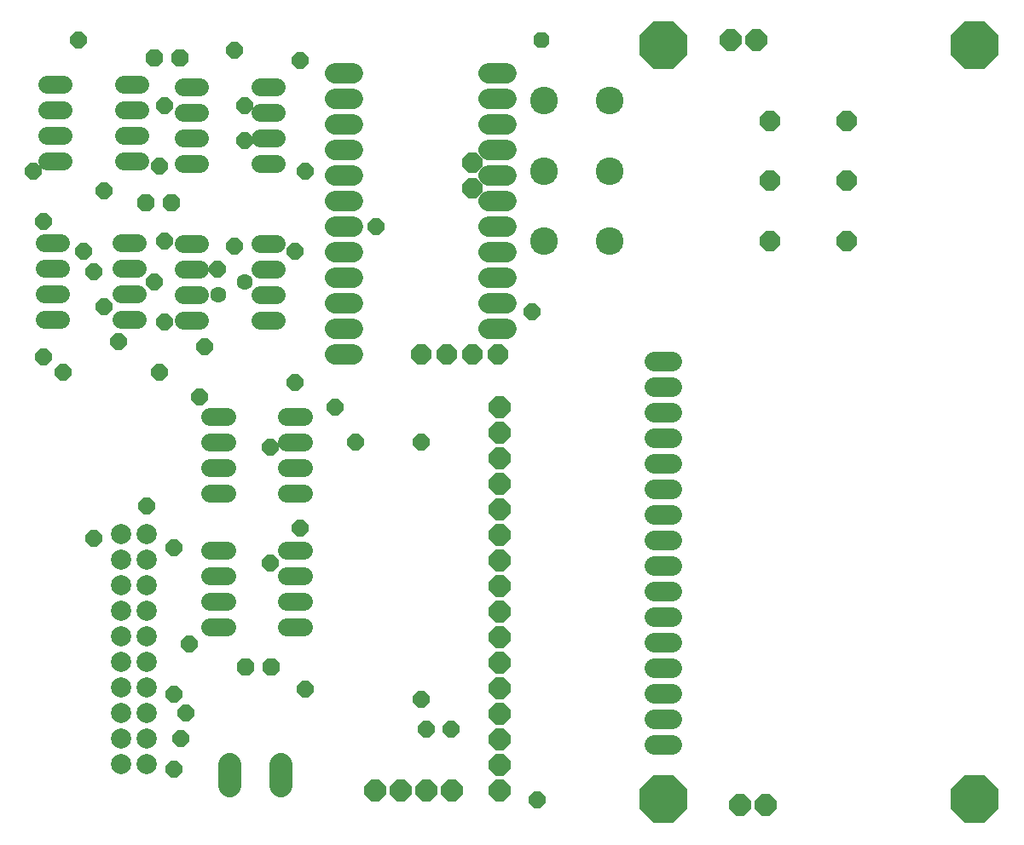
<source format=gbr>
G75*
%MOIN*%
%OFA0B0*%
%FSLAX25Y25*%
%IPPOS*%
%LPD*%
%AMOC8*
5,1,8,0,0,1.08239X$1,22.5*
%
%ADD10OC8,0.07887*%
%ADD11C,0.07887*%
%ADD12OC8,0.06706*%
%ADD13C,0.07150*%
%ADD14C,0.07887*%
%ADD15C,0.07800*%
%ADD16OC8,0.18517*%
%ADD17OC8,0.08400*%
%ADD18C,0.09150*%
%ADD19C,0.10800*%
%ADD20OC8,0.07800*%
%ADD21OC8,0.06400*%
%ADD22OC8,0.06312*%
%ADD23C,0.06312*%
D10*
X0187792Y0216571D03*
X0197792Y0216571D03*
X0207792Y0216571D03*
X0217792Y0216571D03*
X0207792Y0281571D03*
X0207792Y0291571D03*
D11*
X0214249Y0296571D02*
X0221335Y0296571D01*
X0221335Y0306571D02*
X0214249Y0306571D01*
X0214249Y0316571D02*
X0221335Y0316571D01*
X0221335Y0326571D02*
X0214249Y0326571D01*
X0214249Y0286571D02*
X0221335Y0286571D01*
X0221335Y0276571D02*
X0214249Y0276571D01*
X0214249Y0266571D02*
X0221335Y0266571D01*
X0221335Y0256571D02*
X0214249Y0256571D01*
X0214249Y0246571D02*
X0221335Y0246571D01*
X0221335Y0236571D02*
X0214249Y0236571D01*
X0214249Y0226571D02*
X0221335Y0226571D01*
X0161335Y0226571D02*
X0154249Y0226571D01*
X0154249Y0216571D02*
X0161335Y0216571D01*
X0161335Y0236571D02*
X0154249Y0236571D01*
X0154249Y0246571D02*
X0161335Y0246571D01*
X0161335Y0256571D02*
X0154249Y0256571D01*
X0154249Y0266571D02*
X0161335Y0266571D01*
X0161335Y0276571D02*
X0154249Y0276571D01*
X0154249Y0286571D02*
X0161335Y0286571D01*
X0161335Y0296571D02*
X0154249Y0296571D01*
X0154249Y0306571D02*
X0161335Y0306571D01*
X0161335Y0316571D02*
X0154249Y0316571D01*
X0154249Y0326571D02*
X0161335Y0326571D01*
D12*
X0093698Y0332752D03*
X0083698Y0332752D03*
X0080351Y0276020D03*
X0090351Y0276020D03*
X0119288Y0094209D03*
X0129288Y0094209D03*
D13*
X0135365Y0109878D02*
X0141715Y0109878D01*
X0141715Y0119878D02*
X0135365Y0119878D01*
X0135365Y0129878D02*
X0141715Y0129878D01*
X0141715Y0139878D02*
X0135365Y0139878D01*
X0135365Y0162240D02*
X0141715Y0162240D01*
X0141715Y0172240D02*
X0135365Y0172240D01*
X0135365Y0182240D02*
X0141715Y0182240D01*
X0141715Y0192240D02*
X0135365Y0192240D01*
X0111715Y0192240D02*
X0105365Y0192240D01*
X0105365Y0182240D02*
X0111715Y0182240D01*
X0111715Y0172240D02*
X0105365Y0172240D01*
X0105365Y0162240D02*
X0111715Y0162240D01*
X0111715Y0139878D02*
X0105365Y0139878D01*
X0105365Y0129878D02*
X0111715Y0129878D01*
X0111715Y0119878D02*
X0105365Y0119878D01*
X0105365Y0109878D02*
X0111715Y0109878D01*
X0101085Y0229957D02*
X0094735Y0229957D01*
X0094735Y0239957D02*
X0101085Y0239957D01*
X0101085Y0249957D02*
X0094735Y0249957D01*
X0094735Y0259957D02*
X0101085Y0259957D01*
X0124735Y0259957D02*
X0131085Y0259957D01*
X0131085Y0249957D02*
X0124735Y0249957D01*
X0124735Y0239957D02*
X0131085Y0239957D01*
X0131085Y0229957D02*
X0124735Y0229957D01*
X0076754Y0230350D02*
X0070405Y0230350D01*
X0070405Y0240350D02*
X0076754Y0240350D01*
X0076754Y0250350D02*
X0070405Y0250350D01*
X0070405Y0260350D02*
X0076754Y0260350D01*
X0046754Y0260350D02*
X0040405Y0260350D01*
X0040405Y0250350D02*
X0046754Y0250350D01*
X0046754Y0240350D02*
X0040405Y0240350D01*
X0040405Y0230350D02*
X0046754Y0230350D01*
X0047935Y0292161D02*
X0041586Y0292161D01*
X0041586Y0302161D02*
X0047935Y0302161D01*
X0047935Y0312161D02*
X0041586Y0312161D01*
X0041586Y0322161D02*
X0047935Y0322161D01*
X0071586Y0322161D02*
X0077935Y0322161D01*
X0077935Y0312161D02*
X0071586Y0312161D01*
X0071586Y0302161D02*
X0077935Y0302161D01*
X0077935Y0292161D02*
X0071586Y0292161D01*
X0094735Y0291374D02*
X0101085Y0291374D01*
X0101085Y0301374D02*
X0094735Y0301374D01*
X0094735Y0311374D02*
X0101085Y0311374D01*
X0101085Y0321374D02*
X0094735Y0321374D01*
X0124735Y0321374D02*
X0131085Y0321374D01*
X0131085Y0311374D02*
X0124735Y0311374D01*
X0124735Y0301374D02*
X0131085Y0301374D01*
X0131085Y0291374D02*
X0124735Y0291374D01*
D14*
X0070587Y0056453D03*
X0080587Y0056453D03*
X0080587Y0066453D03*
X0070587Y0066453D03*
X0070587Y0076453D03*
X0070587Y0086453D03*
X0080587Y0086453D03*
X0080587Y0076453D03*
X0080587Y0096453D03*
X0070587Y0096453D03*
X0070587Y0106453D03*
X0070587Y0116453D03*
X0080587Y0116453D03*
X0080587Y0106453D03*
X0080587Y0126453D03*
X0070587Y0126453D03*
X0070587Y0136453D03*
X0070587Y0146453D03*
X0080587Y0146453D03*
X0080587Y0136453D03*
D15*
X0278938Y0134051D02*
X0285938Y0134051D01*
X0285938Y0124051D02*
X0278938Y0124051D01*
X0278938Y0114051D02*
X0285938Y0114051D01*
X0285938Y0104051D02*
X0278938Y0104051D01*
X0278938Y0094051D02*
X0285938Y0094051D01*
X0285938Y0084051D02*
X0278938Y0084051D01*
X0278938Y0074051D02*
X0285938Y0074051D01*
X0285938Y0064051D02*
X0278938Y0064051D01*
X0278938Y0144051D02*
X0285938Y0144051D01*
X0285938Y0154051D02*
X0278938Y0154051D01*
X0278938Y0164051D02*
X0285938Y0164051D01*
X0285938Y0174051D02*
X0278938Y0174051D01*
X0278938Y0184051D02*
X0285938Y0184051D01*
X0285938Y0194051D02*
X0278938Y0194051D01*
X0278938Y0204051D02*
X0285938Y0204051D01*
X0285938Y0214051D02*
X0278938Y0214051D01*
D16*
X0282438Y0337516D03*
X0404170Y0337516D03*
X0404170Y0042555D03*
X0282438Y0042555D03*
D17*
X0312713Y0040429D03*
X0322713Y0040429D03*
X0218698Y0046138D03*
X0218698Y0056138D03*
X0218698Y0066138D03*
X0218698Y0076138D03*
X0218698Y0086138D03*
X0218698Y0096138D03*
X0218698Y0106138D03*
X0218698Y0116138D03*
X0218698Y0126138D03*
X0218698Y0136138D03*
X0218698Y0146138D03*
X0218698Y0156138D03*
X0218698Y0166138D03*
X0218698Y0176138D03*
X0218698Y0186138D03*
X0218698Y0196138D03*
X0308776Y0339642D03*
X0318776Y0339642D03*
X0199792Y0046138D03*
X0189792Y0046138D03*
X0179792Y0046138D03*
X0169792Y0046138D03*
D18*
X0132731Y0048065D02*
X0132731Y0056415D01*
X0112931Y0056415D02*
X0112931Y0048065D01*
D19*
X0236020Y0260902D03*
X0261611Y0260902D03*
X0261611Y0288461D03*
X0236020Y0288461D03*
X0236020Y0316020D03*
X0261611Y0316020D03*
D20*
X0324367Y0308146D03*
X0324367Y0284524D03*
X0324367Y0260902D03*
X0354367Y0260902D03*
X0354367Y0284524D03*
X0354367Y0308146D03*
D21*
X0231099Y0233343D03*
X0187792Y0182161D03*
X0162201Y0182161D03*
X0154327Y0195941D03*
X0138579Y0205783D03*
X0128737Y0180193D03*
X0101178Y0199878D03*
X0085430Y0209720D03*
X0069682Y0221531D03*
X0063776Y0235311D03*
X0059839Y0249091D03*
X0055902Y0256965D03*
X0040154Y0268776D03*
X0036217Y0288461D03*
X0063776Y0280587D03*
X0085430Y0290429D03*
X0087398Y0314051D03*
X0114957Y0335705D03*
X0118894Y0314051D03*
X0118894Y0300272D03*
X0142516Y0288461D03*
X0170075Y0266807D03*
X0138579Y0256965D03*
X0114957Y0258933D03*
X0108186Y0249957D03*
X0087398Y0260902D03*
X0083461Y0245154D03*
X0087398Y0229406D03*
X0103146Y0219563D03*
X0048028Y0209720D03*
X0040154Y0215626D03*
X0080587Y0157476D03*
X0091335Y0140823D03*
X0059839Y0144760D03*
X0097241Y0103421D03*
X0091335Y0083736D03*
X0095863Y0076453D03*
X0093737Y0066453D03*
X0091335Y0054209D03*
X0142516Y0085705D03*
X0187792Y0081768D03*
X0189760Y0069957D03*
X0199603Y0069957D03*
X0233068Y0042398D03*
X0128737Y0134917D03*
X0140548Y0148697D03*
X0140548Y0331768D03*
X0053934Y0339642D03*
D22*
X0235036Y0339642D03*
D23*
X0118757Y0244976D03*
X0108457Y0239827D03*
M02*

</source>
